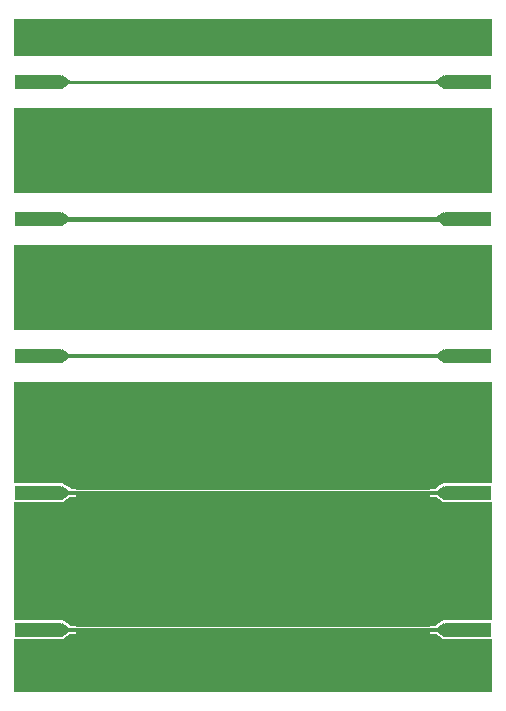
<source format=gtl>
%TF.GenerationSoftware,KiCad,Pcbnew,(6.0.2)*%
%TF.CreationDate,2022-07-21T21:07:04-07:00*%
%TF.ProjectId,testCoupon,74657374-436f-4757-906f-6e2e6b696361,1*%
%TF.SameCoordinates,Original*%
%TF.FileFunction,Copper,L1,Top*%
%TF.FilePolarity,Positive*%
%FSLAX46Y46*%
G04 Gerber Fmt 4.6, Leading zero omitted, Abs format (unit mm)*
G04 Created by KiCad (PCBNEW (6.0.2)) date 2022-07-21 21:07:04*
%MOMM*%
%LPD*%
G01*
G04 APERTURE LIST*
%TA.AperFunction,NonConductor*%
%ADD10C,0.200000*%
%TD*%
%TA.AperFunction,SMDPad,CuDef*%
%ADD11O,31.360000X0.297180*%
%TD*%
%TA.AperFunction,SMDPad,CuDef*%
%ADD12R,29.972000X1.014980*%
%TD*%
%TA.AperFunction,SMDPad,CuDef*%
%ADD13R,29.972000X1.015000*%
%TD*%
%TA.AperFunction,SMDPad,CuDef*%
%ADD14O,31.360000X0.296416*%
%TD*%
%TA.AperFunction,ComponentPad*%
%ADD15C,0.380000*%
%TD*%
%TA.AperFunction,SMDPad,CuDef*%
%ADD16R,29.972000X1.017164*%
%TD*%
%TA.AperFunction,SMDPad,CuDef*%
%ADD17R,29.972000X1.016164*%
%TD*%
%TA.AperFunction,SMDPad,CuDef*%
%ADD18R,4.000000X1.200000*%
%TD*%
%TA.AperFunction,SMDPad,CuDef*%
%ADD19R,4.000000X1.280000*%
%TD*%
%TA.AperFunction,ViaPad*%
%ADD20C,0.800000*%
%TD*%
%TA.AperFunction,Conductor*%
%ADD21C,0.293370*%
%TD*%
%TA.AperFunction,Conductor*%
%ADD22C,0.430733*%
%TD*%
%TA.AperFunction,Conductor*%
%ADD23C,0.360680*%
%TD*%
G04 APERTURE END LIST*
D10*
X140700000Y-109300000D02*
X140000000Y-109800000D01*
X140000000Y-109800000D02*
X140000000Y-108800000D01*
X140000000Y-108800000D02*
X140700000Y-109300000D01*
G36*
X140700000Y-109300000D02*
G01*
X140000000Y-109800000D01*
X140000000Y-108800000D01*
X140700000Y-109300000D01*
G37*
X140700000Y-109300000D02*
X140000000Y-109800000D01*
X140000000Y-108800000D01*
X140700000Y-109300000D01*
X140700000Y-86100000D02*
X140000000Y-86600000D01*
X140000000Y-86600000D02*
X140000000Y-85600000D01*
X140000000Y-85600000D02*
X140700000Y-86100000D01*
G36*
X140700000Y-86100000D02*
G01*
X140000000Y-86600000D01*
X140000000Y-85600000D01*
X140700000Y-86100000D01*
G37*
X140700000Y-86100000D02*
X140000000Y-86600000D01*
X140000000Y-85600000D01*
X140700000Y-86100000D01*
X140700000Y-74500000D02*
X140000000Y-75000000D01*
X140000000Y-75000000D02*
X140000000Y-74000000D01*
X140000000Y-74000000D02*
X140700000Y-74500000D01*
G36*
X140700000Y-74500000D02*
G01*
X140000000Y-75000000D01*
X140000000Y-74000000D01*
X140700000Y-74500000D01*
G37*
X140700000Y-74500000D02*
X140000000Y-75000000D01*
X140000000Y-74000000D01*
X140700000Y-74500000D01*
X140706757Y-97700000D02*
X140000000Y-98200000D01*
X140000000Y-98200000D02*
X140000000Y-97200000D01*
X140000000Y-97200000D02*
X140706757Y-97700000D01*
G36*
X140706757Y-97700000D02*
G01*
X140000000Y-98200000D01*
X140000000Y-97200000D01*
X140706757Y-97700000D01*
G37*
X140706757Y-97700000D02*
X140000000Y-98200000D01*
X140000000Y-97200000D01*
X140706757Y-97700000D01*
X171700000Y-86100000D02*
X172400000Y-85600000D01*
X172400000Y-85600000D02*
X172400000Y-86600000D01*
X172400000Y-86600000D02*
X171700000Y-86100000D01*
G36*
X172400000Y-86600000D02*
G01*
X171700000Y-86100000D01*
X172400000Y-85600000D01*
X172400000Y-86600000D01*
G37*
X172400000Y-86600000D02*
X171700000Y-86100000D01*
X172400000Y-85600000D01*
X172400000Y-86600000D01*
X140700000Y-62900000D02*
X140000000Y-63400000D01*
X140000000Y-63400000D02*
X140000000Y-62400000D01*
X140000000Y-62400000D02*
X140700000Y-62900000D01*
G36*
X140700000Y-62900000D02*
G01*
X140000000Y-63400000D01*
X140000000Y-62400000D01*
X140700000Y-62900000D01*
G37*
X140700000Y-62900000D02*
X140000000Y-63400000D01*
X140000000Y-62400000D01*
X140700000Y-62900000D01*
X171700000Y-109300000D02*
X172400000Y-108800000D01*
X172400000Y-108800000D02*
X172400000Y-109800000D01*
X172400000Y-109800000D02*
X171700000Y-109300000D01*
G36*
X172400000Y-109800000D02*
G01*
X171700000Y-109300000D01*
X172400000Y-108800000D01*
X172400000Y-109800000D01*
G37*
X172400000Y-109800000D02*
X171700000Y-109300000D01*
X172400000Y-108800000D01*
X172400000Y-109800000D01*
X171700000Y-74477027D02*
X172400000Y-74000000D01*
X172400000Y-74000000D02*
X172400000Y-75000000D01*
X172400000Y-75000000D02*
X171700000Y-74477027D01*
G36*
X172400000Y-75000000D02*
G01*
X171700000Y-74477027D01*
X172400000Y-74000000D01*
X172400000Y-75000000D01*
G37*
X172400000Y-75000000D02*
X171700000Y-74477027D01*
X172400000Y-74000000D01*
X172400000Y-75000000D01*
X171700000Y-62900000D02*
X172400000Y-62400000D01*
X172400000Y-62400000D02*
X172400000Y-63400000D01*
X172400000Y-63400000D02*
X171700000Y-62900000D01*
G36*
X172400000Y-63400000D02*
G01*
X171700000Y-62900000D01*
X172400000Y-62400000D01*
X172400000Y-63400000D01*
G37*
X172400000Y-63400000D02*
X171700000Y-62900000D01*
X172400000Y-62400000D01*
X172400000Y-63400000D01*
X171706757Y-97700000D02*
X172406757Y-97200000D01*
X172406757Y-97200000D02*
X172406757Y-98200000D01*
X172406757Y-98200000D02*
X171706757Y-97700000D01*
G36*
X172406757Y-98200000D02*
G01*
X171706757Y-97700000D01*
X172406757Y-97200000D01*
X172406757Y-98200000D01*
G37*
X172406757Y-98200000D02*
X171706757Y-97700000D01*
X172406757Y-97200000D01*
X172406757Y-98200000D01*
D11*
%TO.P,NT4,1,1*%
%TO.N,Net-(J7-Pad1)*%
X156206757Y-97700000D03*
D12*
%TO.P,NT4,2*%
%TO.N,GND*%
X156206757Y-96953490D03*
D13*
X156206757Y-98447500D03*
%TD*%
D14*
%TO.P,NT5,1,1*%
%TO.N,Net-(J9-Pad1)*%
X156219992Y-109300010D03*
D15*
%TO.P,NT5,2,2*%
%TO.N,GND*%
X166346592Y-110076010D03*
X169866192Y-108524010D03*
X156667692Y-110076010D03*
X154907892Y-110076010D03*
X155787792Y-110076010D03*
X161067192Y-110076010D03*
X168986292Y-108524010D03*
X149628492Y-108524010D03*
X159307392Y-108524010D03*
X150508392Y-108524010D03*
X161947092Y-108524010D03*
X154027992Y-110076010D03*
X153148092Y-110076010D03*
X170746092Y-110076010D03*
X147868692Y-108524010D03*
X142589292Y-110076010D03*
X146988792Y-108524010D03*
X168986292Y-110076010D03*
X157547592Y-110076010D03*
X150508392Y-110076010D03*
X161067192Y-108524010D03*
X155787792Y-108524010D03*
X164586792Y-110076010D03*
X151388292Y-108524010D03*
X159307392Y-110076010D03*
X161947092Y-110076010D03*
X148748592Y-110076010D03*
X160187292Y-108524010D03*
X167226492Y-110076010D03*
X170746092Y-108524010D03*
D16*
X156219992Y-110041428D03*
D15*
X156667692Y-108524010D03*
X152268192Y-108524010D03*
X144349092Y-110076010D03*
X148748592Y-108524010D03*
X169866192Y-110076010D03*
X145228992Y-110076010D03*
X168106392Y-110076010D03*
X141709392Y-110076010D03*
X165466692Y-110076010D03*
X146988792Y-110076010D03*
X167226492Y-108524010D03*
X152268192Y-110076010D03*
X157547592Y-108524010D03*
X143469192Y-110076010D03*
X146108892Y-110076010D03*
X141709392Y-108524010D03*
X154027992Y-108524010D03*
X144349092Y-108524010D03*
X168106392Y-108524010D03*
X158427492Y-108524010D03*
X147868692Y-110076010D03*
X158427492Y-110076010D03*
X164586792Y-108524010D03*
X160187292Y-110076010D03*
D17*
X156219492Y-108559092D03*
D15*
X153148092Y-108524010D03*
X165466692Y-108524010D03*
X166346592Y-108524010D03*
X163706892Y-108524010D03*
X162826992Y-110076010D03*
X154907892Y-108524010D03*
X143469192Y-108524010D03*
X163706892Y-110076010D03*
X149628492Y-110076010D03*
X145228992Y-108524010D03*
X151388292Y-110076010D03*
X146108892Y-108524010D03*
X142589292Y-108524010D03*
X162826992Y-108524010D03*
%TD*%
D18*
%TO.P,J6,1,In*%
%TO.N,Net-(J5-Pad1)*%
X174400000Y-86100000D03*
D19*
%TO.P,J6,2,Ext*%
%TO.N,GND*%
X174400000Y-83110000D03*
X174400000Y-89080000D03*
%TD*%
D18*
%TO.P,J3,1,In*%
%TO.N,Net-(J3-Pad1)*%
X138000000Y-74500000D03*
D19*
%TO.P,J3,2,Ext*%
%TO.N,GND*%
X138000000Y-77490000D03*
X138000000Y-71520000D03*
%TD*%
D18*
%TO.P,J4,1,In*%
%TO.N,Net-(J3-Pad1)*%
X174404250Y-74500000D03*
D19*
%TO.P,J4,2,Ext*%
%TO.N,GND*%
X174404250Y-71510000D03*
X174404250Y-77480000D03*
%TD*%
D18*
%TO.P,J7,1,In*%
%TO.N,Net-(J7-Pad1)*%
X138006757Y-97700000D03*
D19*
%TO.P,J7,2,Ext*%
%TO.N,GND*%
X138006757Y-100690000D03*
X138006757Y-94720000D03*
%TD*%
D18*
%TO.P,J1,1,In*%
%TO.N,Net-(J1-Pad1)*%
X138000000Y-62900000D03*
D19*
%TO.P,J1,2,Ext*%
%TO.N,GND*%
X138000000Y-65890000D03*
X138000000Y-59920000D03*
%TD*%
D18*
%TO.P,J8,1,In*%
%TO.N,Net-(J8-Pad1)*%
X174406757Y-97700000D03*
D19*
%TO.P,J8,2,Ext*%
%TO.N,GND*%
X174406757Y-94710000D03*
X174406757Y-100680000D03*
%TD*%
D18*
%TO.P,J2,1,In*%
%TO.N,Net-(J1-Pad1)*%
X174400000Y-62900000D03*
D19*
%TO.P,J2,2,Ext*%
%TO.N,GND*%
X174400000Y-59910000D03*
X174400000Y-65880000D03*
%TD*%
D18*
%TO.P,J5,1,In*%
%TO.N,Net-(J5-Pad1)*%
X138000000Y-86100000D03*
D19*
%TO.P,J5,2,Ext*%
%TO.N,GND*%
X138000000Y-89090000D03*
X138000000Y-83120000D03*
%TD*%
D18*
%TO.P,J10,1,In*%
%TO.N,Net-(J10-Pad1)*%
X174400000Y-109300000D03*
D19*
%TO.P,J10,2,Ext*%
%TO.N,GND*%
X174400000Y-106310000D03*
X174400000Y-112280000D03*
%TD*%
D18*
%TO.P,J9,1,In*%
%TO.N,Net-(J9-Pad1)*%
X138000000Y-109300000D03*
D19*
%TO.P,J9,2,Ext*%
%TO.N,GND*%
X138000000Y-112290000D03*
X138000000Y-106320000D03*
%TD*%
D20*
%TO.N,GND*%
X153752000Y-80300000D03*
X150488000Y-91900000D03*
X174968000Y-103500000D03*
X160280000Y-68700000D03*
X170072000Y-80300000D03*
X148856000Y-91900000D03*
X170072000Y-91900000D03*
X142328000Y-103500000D03*
X145592000Y-103500000D03*
X163544000Y-103500000D03*
X147224000Y-80300000D03*
X163544000Y-91900000D03*
X170072000Y-103500000D03*
X168440000Y-80300000D03*
X157016000Y-91900000D03*
X150488000Y-80300000D03*
X166808000Y-80300000D03*
X155384000Y-80300000D03*
X152120000Y-80300000D03*
X157016000Y-103500000D03*
X163544000Y-80300000D03*
X163544000Y-68700000D03*
X160280000Y-103500000D03*
X171704000Y-68700000D03*
X148856000Y-80300000D03*
X137432000Y-91900000D03*
X147224000Y-91900000D03*
X165176000Y-91900000D03*
X153752000Y-103500000D03*
X143960000Y-80300000D03*
X137432000Y-103500000D03*
X158648000Y-68700000D03*
X165176000Y-80300000D03*
X147224000Y-68700000D03*
X173336000Y-80300000D03*
X171704000Y-91900000D03*
X168440000Y-91900000D03*
X161912000Y-103500000D03*
X148856000Y-68700000D03*
X139064000Y-80300000D03*
X143960000Y-91900000D03*
X137432000Y-80300000D03*
X157016000Y-80300000D03*
X168440000Y-68700000D03*
X153752000Y-91900000D03*
X142328000Y-91900000D03*
X153752000Y-68700000D03*
X157016000Y-68700000D03*
X171704000Y-103500000D03*
X161912000Y-91900000D03*
X166808000Y-103500000D03*
X166808000Y-91900000D03*
X155384000Y-91900000D03*
X171704000Y-80300000D03*
X140696000Y-80300000D03*
X139064000Y-68700000D03*
X165176000Y-68700000D03*
X168440000Y-103500000D03*
X143960000Y-103500000D03*
X170072000Y-68700000D03*
X174968000Y-91900000D03*
X161912000Y-80300000D03*
X160280000Y-80300000D03*
X161912000Y-68700000D03*
X140696000Y-68700000D03*
X137432000Y-68700000D03*
X174968000Y-68700000D03*
X174968000Y-80300000D03*
X173336000Y-68700000D03*
X139064000Y-91900000D03*
X150488000Y-103500000D03*
X145592000Y-91900000D03*
X142328000Y-80300000D03*
X152120000Y-68700000D03*
X152120000Y-91900000D03*
X155384000Y-103500000D03*
X150488000Y-68700000D03*
X140696000Y-91900000D03*
X166808000Y-68700000D03*
X145592000Y-80300000D03*
X173336000Y-91900000D03*
X145592000Y-68700000D03*
X139064000Y-103500000D03*
X142328000Y-68700000D03*
X152120000Y-103500000D03*
X147224000Y-103500000D03*
X143960000Y-68700000D03*
X155384000Y-68700000D03*
X165176000Y-103500000D03*
X148856000Y-103500000D03*
X158648000Y-80300000D03*
X158648000Y-91900000D03*
X158648000Y-103500000D03*
X160280000Y-91900000D03*
X173336000Y-103500000D03*
X140696000Y-103500000D03*
%TD*%
D21*
%TO.N,Net-(J1-Pad1)*%
X138000000Y-62900000D02*
X174400000Y-62900000D01*
D22*
%TO.N,Net-(J3-Pad1)*%
X138000000Y-74500000D02*
X174404250Y-74500000D01*
D23*
%TO.N,Net-(J5-Pad1)*%
X138000000Y-86100000D02*
X174400000Y-86100000D01*
%TD*%
%TA.AperFunction,Conductor*%
%TO.N,GND*%
G36*
X176420933Y-57628827D02*
G01*
X176424360Y-57637100D01*
X176424360Y-60688300D01*
X176420933Y-60696573D01*
X176412660Y-60700000D01*
X135987340Y-60700000D01*
X135979067Y-60696573D01*
X135975640Y-60688300D01*
X135975640Y-57637100D01*
X135979067Y-57628827D01*
X135987340Y-57625400D01*
X176412660Y-57625400D01*
X176420933Y-57628827D01*
G37*
%TD.AperFunction*%
%TD*%
%TA.AperFunction,Conductor*%
%TO.N,GND*%
G36*
X171675117Y-109650897D02*
G01*
X172220823Y-110040688D01*
X172221105Y-110040896D01*
X172262869Y-110072654D01*
X172282579Y-110078362D01*
X172293395Y-110081494D01*
X172295083Y-110082127D01*
X172302817Y-110085731D01*
X172304771Y-110086885D01*
X172322744Y-110100000D01*
X172355644Y-110100000D01*
X172358897Y-110100462D01*
X172370218Y-110103740D01*
X172371293Y-110103647D01*
X172371295Y-110103647D01*
X172388768Y-110102133D01*
X172401887Y-110100997D01*
X172403685Y-110100980D01*
X172415518Y-110101784D01*
X172434331Y-110103063D01*
X172434332Y-110103063D01*
X172435409Y-110103136D01*
X172442226Y-110101024D01*
X172445689Y-110100500D01*
X176412660Y-110100500D01*
X176420933Y-110103927D01*
X176424360Y-110112200D01*
X176424360Y-114562900D01*
X176420933Y-114571173D01*
X176412660Y-114574600D01*
X156312124Y-114574600D01*
X156303851Y-114571173D01*
X156300424Y-114562900D01*
X156300424Y-109660418D01*
X156303851Y-109652145D01*
X156312124Y-109648718D01*
X171668317Y-109648718D01*
X171675117Y-109650897D01*
G37*
%TD.AperFunction*%
%TD*%
%TA.AperFunction,Conductor*%
%TO.N,GND*%
G36*
X156606757Y-97339210D02*
G01*
X156603330Y-97347483D01*
X156595057Y-97350910D01*
X140756077Y-97350910D01*
X140749449Y-97348851D01*
X140144687Y-96933077D01*
X140144288Y-96932789D01*
X140140183Y-96929667D01*
X140137993Y-96928001D01*
X140137991Y-96928000D01*
X140137131Y-96927346D01*
X140136105Y-96927049D01*
X140134767Y-96926257D01*
X140108220Y-96908006D01*
X140106757Y-96907000D01*
X140083615Y-96907000D01*
X140078721Y-96905927D01*
X140075732Y-96904550D01*
X140075730Y-96904550D01*
X140074752Y-96904099D01*
X140053113Y-96902727D01*
X140050599Y-96902288D01*
X140047271Y-96901325D01*
X140029782Y-96896260D01*
X140028707Y-96896353D01*
X140028705Y-96896353D01*
X140011093Y-96897879D01*
X139997406Y-96899064D01*
X139995661Y-96899085D01*
X139986903Y-96898530D01*
X139964296Y-96897096D01*
X139964294Y-96897096D01*
X139963217Y-96897028D01*
X139962185Y-96897353D01*
X139962184Y-96897353D01*
X139957079Y-96898960D01*
X139953566Y-96899500D01*
X135987340Y-96899500D01*
X135979067Y-96896073D01*
X135975640Y-96887800D01*
X135975640Y-92307000D01*
X156606757Y-92307000D01*
X156606757Y-97339210D01*
G37*
%TD.AperFunction*%
%TD*%
%TA.AperFunction,Conductor*%
%TO.N,GND*%
G36*
X176420933Y-102003427D02*
G01*
X176424360Y-102011700D01*
X176424360Y-104500000D01*
X135975640Y-104500000D01*
X135975640Y-102011700D01*
X135979067Y-102003427D01*
X135987340Y-102000000D01*
X176412660Y-102000000D01*
X176420933Y-102003427D01*
G37*
%TD.AperFunction*%
%TD*%
%TA.AperFunction,Conductor*%
%TO.N,GND*%
G36*
X156300000Y-108950000D02*
G01*
X144863326Y-108951302D01*
X140731711Y-108951302D01*
X140724911Y-108949123D01*
X140179198Y-108559328D01*
X140178916Y-108559120D01*
X140137992Y-108528001D01*
X140137131Y-108527346D01*
X140123904Y-108523516D01*
X140106600Y-108518505D01*
X140104912Y-108517872D01*
X140096595Y-108513996D01*
X140094667Y-108512862D01*
X140076936Y-108500000D01*
X140044356Y-108500000D01*
X140041103Y-108499538D01*
X140029782Y-108496260D01*
X140028707Y-108496353D01*
X140028705Y-108496353D01*
X140011232Y-108497867D01*
X139998113Y-108499003D01*
X139996315Y-108499020D01*
X139984462Y-108498214D01*
X139965670Y-108496937D01*
X139965669Y-108496937D01*
X139964592Y-108496864D01*
X139959678Y-108498386D01*
X139957774Y-108498976D01*
X139954312Y-108499500D01*
X135987340Y-108499500D01*
X135979067Y-108496073D01*
X135975640Y-108487800D01*
X135975640Y-104500000D01*
X156300000Y-104500000D01*
X156300000Y-108950000D01*
G37*
%TD.AperFunction*%
%TD*%
%TA.AperFunction,Conductor*%
%TO.N,GND*%
G36*
X156599684Y-98050095D02*
G01*
X156604161Y-98050986D01*
X156607256Y-98052268D01*
X156606757Y-101991968D01*
X135987340Y-101991968D01*
X135979067Y-101988541D01*
X135975640Y-101980268D01*
X135975640Y-98512200D01*
X135979067Y-98503927D01*
X135987340Y-98500500D01*
X139957370Y-98500500D01*
X139960625Y-98500962D01*
X139970218Y-98503740D01*
X139971294Y-98503647D01*
X139971295Y-98503647D01*
X139991811Y-98501870D01*
X139994362Y-98501928D01*
X140014783Y-98504643D01*
X140014785Y-98504643D01*
X140015854Y-98504785D01*
X140033758Y-98500478D01*
X140036497Y-98500153D01*
X140064593Y-98500172D01*
X140081176Y-98500183D01*
X140081177Y-98500183D01*
X140083025Y-98500184D01*
X140084522Y-98499101D01*
X140084525Y-98499100D01*
X140105087Y-98484222D01*
X140109208Y-98482326D01*
X140123711Y-98478836D01*
X140124513Y-98478643D01*
X140129989Y-98475522D01*
X140152538Y-98459570D01*
X140154153Y-98458613D01*
X140180996Y-98445491D01*
X140180995Y-98445491D01*
X140181966Y-98445017D01*
X140198054Y-98427675D01*
X140199871Y-98426084D01*
X140729720Y-98051239D01*
X140736476Y-98049090D01*
X148735809Y-98049090D01*
X156599684Y-98050095D01*
G37*
%TD.AperFunction*%
%TD*%
%TA.AperFunction,Conductor*%
%TO.N,GND*%
G36*
X156296996Y-109652145D02*
G01*
X156300423Y-109660418D01*
X156300387Y-110075076D01*
X156300003Y-114562901D01*
X156296575Y-114571174D01*
X156288303Y-114574600D01*
X135987340Y-114574600D01*
X135979067Y-114571173D01*
X135975640Y-114562900D01*
X135975640Y-110112200D01*
X135979067Y-110103927D01*
X135987340Y-110100500D01*
X139957370Y-110100500D01*
X139960624Y-110100962D01*
X139964886Y-110102196D01*
X139970218Y-110103740D01*
X139971294Y-110103647D01*
X139971295Y-110103647D01*
X139992524Y-110101809D01*
X139995022Y-110101860D01*
X140016168Y-110104573D01*
X140016169Y-110104573D01*
X140017237Y-110104710D01*
X140035641Y-110100194D01*
X140038427Y-110099857D01*
X140075920Y-110099856D01*
X140078399Y-110098059D01*
X140087828Y-110091226D01*
X140089555Y-110090189D01*
X140101679Y-110084263D01*
X140104024Y-110083413D01*
X140124972Y-110078273D01*
X140124976Y-110078271D01*
X140125776Y-110078075D01*
X140129374Y-110076003D01*
X140130985Y-110075076D01*
X140130990Y-110075073D01*
X140131238Y-110074930D01*
X140153145Y-110059282D01*
X140154808Y-110058292D01*
X140180996Y-110045491D01*
X140180995Y-110045491D01*
X140181966Y-110045017D01*
X140182699Y-110044227D01*
X140182703Y-110044224D01*
X140198537Y-110027156D01*
X140200313Y-110025592D01*
X140724883Y-109650897D01*
X140731684Y-109648718D01*
X156288723Y-109648718D01*
X156296996Y-109652145D01*
G37*
%TD.AperFunction*%
%TD*%
%TA.AperFunction,Conductor*%
%TO.N,GND*%
G36*
X176420933Y-88303427D02*
G01*
X176424360Y-88311700D01*
X176424360Y-92400000D01*
X135987340Y-92400000D01*
X135979067Y-92396573D01*
X135975640Y-92388300D01*
X135975640Y-88311700D01*
X135979067Y-88303427D01*
X135987340Y-88300000D01*
X176412660Y-88300000D01*
X176420933Y-88303427D01*
G37*
%TD.AperFunction*%
%TD*%
%TA.AperFunction,Conductor*%
%TO.N,GND*%
G36*
X176424360Y-96887800D02*
G01*
X176420933Y-96896073D01*
X176412660Y-96899500D01*
X172449387Y-96899500D01*
X172446133Y-96899038D01*
X172437578Y-96896561D01*
X172437579Y-96896561D01*
X172436539Y-96896260D01*
X172435463Y-96896353D01*
X172435462Y-96896353D01*
X172414234Y-96898191D01*
X172411736Y-96898140D01*
X172390590Y-96895427D01*
X172390589Y-96895427D01*
X172389521Y-96895290D01*
X172371535Y-96899703D01*
X172368736Y-96900040D01*
X172330872Y-96899984D01*
X172329373Y-96901069D01*
X172329372Y-96901069D01*
X172318287Y-96909089D01*
X172316567Y-96910121D01*
X172305085Y-96915734D01*
X172302735Y-96916586D01*
X172287299Y-96920374D01*
X172280982Y-96921924D01*
X172280268Y-96922335D01*
X172280266Y-96922336D01*
X172278226Y-96923511D01*
X172275519Y-96925070D01*
X172275288Y-96925235D01*
X172253612Y-96940718D01*
X172251949Y-96941708D01*
X172224791Y-96954983D01*
X172208220Y-96972847D01*
X172206443Y-96974410D01*
X172058265Y-97080252D01*
X171682394Y-97348731D01*
X171675594Y-97350910D01*
X156618596Y-97350910D01*
X156610323Y-97347483D01*
X156606896Y-97339210D01*
X156606896Y-92307000D01*
X176424360Y-92307000D01*
X176424360Y-96887800D01*
G37*
%TD.AperFunction*%
%TD*%
%TA.AperFunction,Conductor*%
%TO.N,GND*%
G36*
X176420933Y-76703427D02*
G01*
X176424360Y-76711700D01*
X176424360Y-83888300D01*
X176420933Y-83896573D01*
X176412660Y-83900000D01*
X135987340Y-83900000D01*
X135979067Y-83896573D01*
X135975640Y-83888300D01*
X135975640Y-76711700D01*
X135979067Y-76703427D01*
X135987340Y-76700000D01*
X176412660Y-76700000D01*
X176420933Y-76703427D01*
G37*
%TD.AperFunction*%
%TD*%
%TA.AperFunction,Conductor*%
%TO.N,GND*%
G36*
X176420933Y-65103427D02*
G01*
X176424360Y-65111700D01*
X176424360Y-72288300D01*
X176420933Y-72296573D01*
X176412660Y-72300000D01*
X135987340Y-72300000D01*
X135979067Y-72296573D01*
X135975640Y-72288300D01*
X135975640Y-65111700D01*
X135979067Y-65103427D01*
X135987340Y-65100000D01*
X176412660Y-65100000D01*
X176420933Y-65103427D01*
G37*
%TD.AperFunction*%
%TD*%
%TA.AperFunction,Conductor*%
%TO.N,GND*%
G36*
X176424360Y-108487800D02*
G01*
X176420933Y-108496073D01*
X176412660Y-108499500D01*
X172442630Y-108499500D01*
X172439376Y-108499038D01*
X172430821Y-108496561D01*
X172430822Y-108496561D01*
X172429782Y-108496260D01*
X172428706Y-108496353D01*
X172428705Y-108496353D01*
X172407477Y-108498191D01*
X172404979Y-108498140D01*
X172383833Y-108495427D01*
X172383832Y-108495427D01*
X172382764Y-108495290D01*
X172381717Y-108495547D01*
X172364942Y-108499663D01*
X172362154Y-108500000D01*
X172323760Y-108500000D01*
X172322266Y-108501078D01*
X172322265Y-108501078D01*
X172310369Y-108509660D01*
X172308663Y-108510682D01*
X172304966Y-108512489D01*
X172298326Y-108515735D01*
X172295978Y-108516586D01*
X172280542Y-108520374D01*
X172274225Y-108521924D01*
X172273511Y-108522335D01*
X172273509Y-108522336D01*
X172271469Y-108523511D01*
X172268762Y-108525070D01*
X172268531Y-108525235D01*
X172246855Y-108540718D01*
X172245192Y-108541708D01*
X172218034Y-108554983D01*
X172201463Y-108572847D01*
X172199686Y-108574410D01*
X171676910Y-108947821D01*
X171670111Y-108950000D01*
X156300000Y-108950000D01*
X156300000Y-104500000D01*
X176424360Y-104500000D01*
X176424360Y-108487800D01*
G37*
%TD.AperFunction*%
%TD*%
%TA.AperFunction,Conductor*%
%TO.N,GND*%
G36*
X171688192Y-98055410D02*
G01*
X172227609Y-98440708D01*
X172227862Y-98440896D01*
X172269626Y-98472654D01*
X172300156Y-98481495D01*
X172301843Y-98482128D01*
X172308899Y-98485416D01*
X172310770Y-98486509D01*
X172329856Y-98500184D01*
X172331691Y-98500184D01*
X172363010Y-98500177D01*
X172366265Y-98500639D01*
X172376975Y-98503740D01*
X172378050Y-98503647D01*
X172378052Y-98503647D01*
X172395525Y-98502133D01*
X172408644Y-98500997D01*
X172410442Y-98500980D01*
X172422275Y-98501784D01*
X172441088Y-98503063D01*
X172441089Y-98503063D01*
X172442166Y-98503136D01*
X172448983Y-98501024D01*
X172452446Y-98500500D01*
X176412660Y-98500500D01*
X176420933Y-98503927D01*
X176424360Y-98512200D01*
X176424360Y-101986452D01*
X176420933Y-101994725D01*
X176412660Y-101998152D01*
X156616172Y-101998152D01*
X156607899Y-101994725D01*
X156606757Y-101993015D01*
X156606757Y-98053232D01*
X171681394Y-98053232D01*
X171688192Y-98055410D01*
G37*
%TD.AperFunction*%
%TD*%
M02*

</source>
